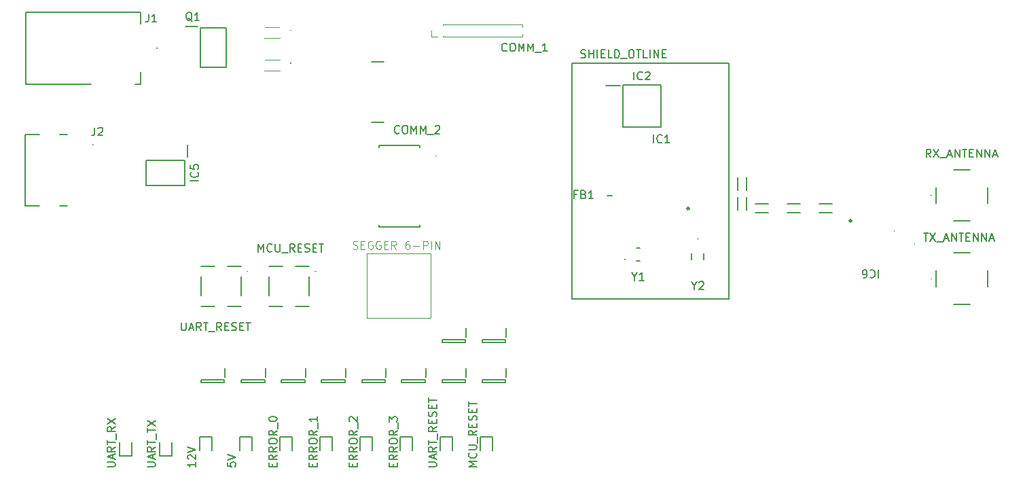
<source format=gbr>
%TF.GenerationSoftware,KiCad,Pcbnew,9.0.1*%
%TF.CreationDate,2025-05-12T13:55:05+02:00*%
%TF.ProjectId,CC1312R,43433133-3132-4522-9e6b-696361645f70,rev?*%
%TF.SameCoordinates,Original*%
%TF.FileFunction,Legend,Top*%
%TF.FilePolarity,Positive*%
%FSLAX46Y46*%
G04 Gerber Fmt 4.6, Leading zero omitted, Abs format (unit mm)*
G04 Created by KiCad (PCBNEW 9.0.1) date 2025-05-12 13:55:05*
%MOMM*%
%LPD*%
G01*
G04 APERTURE LIST*
%ADD10C,0.200000*%
%ADD11C,0.100000*%
%ADD12C,0.127000*%
%ADD13C,0.250000*%
%ADD14C,0.120000*%
G04 APERTURE END LIST*
D10*
X246500000Y-138500000D02*
X266050000Y-138500000D01*
X266050000Y-167950000D01*
X246500000Y-167950000D01*
X246500000Y-138500000D01*
X228617219Y-188830326D02*
X229426742Y-188830326D01*
X229426742Y-188830326D02*
X229521980Y-188782707D01*
X229521980Y-188782707D02*
X229569600Y-188735088D01*
X229569600Y-188735088D02*
X229617219Y-188639850D01*
X229617219Y-188639850D02*
X229617219Y-188449374D01*
X229617219Y-188449374D02*
X229569600Y-188354136D01*
X229569600Y-188354136D02*
X229521980Y-188306517D01*
X229521980Y-188306517D02*
X229426742Y-188258898D01*
X229426742Y-188258898D02*
X228617219Y-188258898D01*
X229331504Y-187830326D02*
X229331504Y-187354136D01*
X229617219Y-187925564D02*
X228617219Y-187592231D01*
X228617219Y-187592231D02*
X229617219Y-187258898D01*
X229617219Y-186354136D02*
X229141028Y-186687469D01*
X229617219Y-186925564D02*
X228617219Y-186925564D01*
X228617219Y-186925564D02*
X228617219Y-186544612D01*
X228617219Y-186544612D02*
X228664838Y-186449374D01*
X228664838Y-186449374D02*
X228712457Y-186401755D01*
X228712457Y-186401755D02*
X228807695Y-186354136D01*
X228807695Y-186354136D02*
X228950552Y-186354136D01*
X228950552Y-186354136D02*
X229045790Y-186401755D01*
X229045790Y-186401755D02*
X229093409Y-186449374D01*
X229093409Y-186449374D02*
X229141028Y-186544612D01*
X229141028Y-186544612D02*
X229141028Y-186925564D01*
X228617219Y-186068421D02*
X228617219Y-185496993D01*
X229617219Y-185782707D02*
X228617219Y-185782707D01*
X229712457Y-185401755D02*
X229712457Y-184639850D01*
X229617219Y-183830326D02*
X229141028Y-184163659D01*
X229617219Y-184401754D02*
X228617219Y-184401754D01*
X228617219Y-184401754D02*
X228617219Y-184020802D01*
X228617219Y-184020802D02*
X228664838Y-183925564D01*
X228664838Y-183925564D02*
X228712457Y-183877945D01*
X228712457Y-183877945D02*
X228807695Y-183830326D01*
X228807695Y-183830326D02*
X228950552Y-183830326D01*
X228950552Y-183830326D02*
X229045790Y-183877945D01*
X229045790Y-183877945D02*
X229093409Y-183925564D01*
X229093409Y-183925564D02*
X229141028Y-184020802D01*
X229141028Y-184020802D02*
X229141028Y-184401754D01*
X229093409Y-183401754D02*
X229093409Y-183068421D01*
X229617219Y-182925564D02*
X229617219Y-183401754D01*
X229617219Y-183401754D02*
X228617219Y-183401754D01*
X228617219Y-183401754D02*
X228617219Y-182925564D01*
X229569600Y-182544611D02*
X229617219Y-182401754D01*
X229617219Y-182401754D02*
X229617219Y-182163659D01*
X229617219Y-182163659D02*
X229569600Y-182068421D01*
X229569600Y-182068421D02*
X229521980Y-182020802D01*
X229521980Y-182020802D02*
X229426742Y-181973183D01*
X229426742Y-181973183D02*
X229331504Y-181973183D01*
X229331504Y-181973183D02*
X229236266Y-182020802D01*
X229236266Y-182020802D02*
X229188647Y-182068421D01*
X229188647Y-182068421D02*
X229141028Y-182163659D01*
X229141028Y-182163659D02*
X229093409Y-182354135D01*
X229093409Y-182354135D02*
X229045790Y-182449373D01*
X229045790Y-182449373D02*
X228998171Y-182496992D01*
X228998171Y-182496992D02*
X228902933Y-182544611D01*
X228902933Y-182544611D02*
X228807695Y-182544611D01*
X228807695Y-182544611D02*
X228712457Y-182496992D01*
X228712457Y-182496992D02*
X228664838Y-182449373D01*
X228664838Y-182449373D02*
X228617219Y-182354135D01*
X228617219Y-182354135D02*
X228617219Y-182116040D01*
X228617219Y-182116040D02*
X228664838Y-181973183D01*
X229093409Y-181544611D02*
X229093409Y-181211278D01*
X229617219Y-181068421D02*
X229617219Y-181544611D01*
X229617219Y-181544611D02*
X228617219Y-181544611D01*
X228617219Y-181544611D02*
X228617219Y-181068421D01*
X228617219Y-180782706D02*
X228617219Y-180211278D01*
X229617219Y-180496992D02*
X228617219Y-180496992D01*
X203567219Y-188304136D02*
X203567219Y-188780326D01*
X203567219Y-188780326D02*
X204043409Y-188827945D01*
X204043409Y-188827945D02*
X203995790Y-188780326D01*
X203995790Y-188780326D02*
X203948171Y-188685088D01*
X203948171Y-188685088D02*
X203948171Y-188446993D01*
X203948171Y-188446993D02*
X203995790Y-188351755D01*
X203995790Y-188351755D02*
X204043409Y-188304136D01*
X204043409Y-188304136D02*
X204138647Y-188256517D01*
X204138647Y-188256517D02*
X204376742Y-188256517D01*
X204376742Y-188256517D02*
X204471980Y-188304136D01*
X204471980Y-188304136D02*
X204519600Y-188351755D01*
X204519600Y-188351755D02*
X204567219Y-188446993D01*
X204567219Y-188446993D02*
X204567219Y-188685088D01*
X204567219Y-188685088D02*
X204519600Y-188780326D01*
X204519600Y-188780326D02*
X204471980Y-188827945D01*
X203567219Y-187970802D02*
X204567219Y-187637469D01*
X204567219Y-187637469D02*
X203567219Y-187304136D01*
X214193409Y-188830326D02*
X214193409Y-188496993D01*
X214717219Y-188354136D02*
X214717219Y-188830326D01*
X214717219Y-188830326D02*
X213717219Y-188830326D01*
X213717219Y-188830326D02*
X213717219Y-188354136D01*
X214717219Y-187354136D02*
X214241028Y-187687469D01*
X214717219Y-187925564D02*
X213717219Y-187925564D01*
X213717219Y-187925564D02*
X213717219Y-187544612D01*
X213717219Y-187544612D02*
X213764838Y-187449374D01*
X213764838Y-187449374D02*
X213812457Y-187401755D01*
X213812457Y-187401755D02*
X213907695Y-187354136D01*
X213907695Y-187354136D02*
X214050552Y-187354136D01*
X214050552Y-187354136D02*
X214145790Y-187401755D01*
X214145790Y-187401755D02*
X214193409Y-187449374D01*
X214193409Y-187449374D02*
X214241028Y-187544612D01*
X214241028Y-187544612D02*
X214241028Y-187925564D01*
X214717219Y-186354136D02*
X214241028Y-186687469D01*
X214717219Y-186925564D02*
X213717219Y-186925564D01*
X213717219Y-186925564D02*
X213717219Y-186544612D01*
X213717219Y-186544612D02*
X213764838Y-186449374D01*
X213764838Y-186449374D02*
X213812457Y-186401755D01*
X213812457Y-186401755D02*
X213907695Y-186354136D01*
X213907695Y-186354136D02*
X214050552Y-186354136D01*
X214050552Y-186354136D02*
X214145790Y-186401755D01*
X214145790Y-186401755D02*
X214193409Y-186449374D01*
X214193409Y-186449374D02*
X214241028Y-186544612D01*
X214241028Y-186544612D02*
X214241028Y-186925564D01*
X213717219Y-185735088D02*
X213717219Y-185544612D01*
X213717219Y-185544612D02*
X213764838Y-185449374D01*
X213764838Y-185449374D02*
X213860076Y-185354136D01*
X213860076Y-185354136D02*
X214050552Y-185306517D01*
X214050552Y-185306517D02*
X214383885Y-185306517D01*
X214383885Y-185306517D02*
X214574361Y-185354136D01*
X214574361Y-185354136D02*
X214669600Y-185449374D01*
X214669600Y-185449374D02*
X214717219Y-185544612D01*
X214717219Y-185544612D02*
X214717219Y-185735088D01*
X214717219Y-185735088D02*
X214669600Y-185830326D01*
X214669600Y-185830326D02*
X214574361Y-185925564D01*
X214574361Y-185925564D02*
X214383885Y-185973183D01*
X214383885Y-185973183D02*
X214050552Y-185973183D01*
X214050552Y-185973183D02*
X213860076Y-185925564D01*
X213860076Y-185925564D02*
X213764838Y-185830326D01*
X213764838Y-185830326D02*
X213717219Y-185735088D01*
X214717219Y-184306517D02*
X214241028Y-184639850D01*
X214717219Y-184877945D02*
X213717219Y-184877945D01*
X213717219Y-184877945D02*
X213717219Y-184496993D01*
X213717219Y-184496993D02*
X213764838Y-184401755D01*
X213764838Y-184401755D02*
X213812457Y-184354136D01*
X213812457Y-184354136D02*
X213907695Y-184306517D01*
X213907695Y-184306517D02*
X214050552Y-184306517D01*
X214050552Y-184306517D02*
X214145790Y-184354136D01*
X214145790Y-184354136D02*
X214193409Y-184401755D01*
X214193409Y-184401755D02*
X214241028Y-184496993D01*
X214241028Y-184496993D02*
X214241028Y-184877945D01*
X214812457Y-184116041D02*
X214812457Y-183354136D01*
X214717219Y-182592231D02*
X214717219Y-183163659D01*
X214717219Y-182877945D02*
X213717219Y-182877945D01*
X213717219Y-182877945D02*
X213860076Y-182973183D01*
X213860076Y-182973183D02*
X213955314Y-183068421D01*
X213955314Y-183068421D02*
X214002933Y-183163659D01*
X193567219Y-188830326D02*
X194376742Y-188830326D01*
X194376742Y-188830326D02*
X194471980Y-188782707D01*
X194471980Y-188782707D02*
X194519600Y-188735088D01*
X194519600Y-188735088D02*
X194567219Y-188639850D01*
X194567219Y-188639850D02*
X194567219Y-188449374D01*
X194567219Y-188449374D02*
X194519600Y-188354136D01*
X194519600Y-188354136D02*
X194471980Y-188306517D01*
X194471980Y-188306517D02*
X194376742Y-188258898D01*
X194376742Y-188258898D02*
X193567219Y-188258898D01*
X194281504Y-187830326D02*
X194281504Y-187354136D01*
X194567219Y-187925564D02*
X193567219Y-187592231D01*
X193567219Y-187592231D02*
X194567219Y-187258898D01*
X194567219Y-186354136D02*
X194091028Y-186687469D01*
X194567219Y-186925564D02*
X193567219Y-186925564D01*
X193567219Y-186925564D02*
X193567219Y-186544612D01*
X193567219Y-186544612D02*
X193614838Y-186449374D01*
X193614838Y-186449374D02*
X193662457Y-186401755D01*
X193662457Y-186401755D02*
X193757695Y-186354136D01*
X193757695Y-186354136D02*
X193900552Y-186354136D01*
X193900552Y-186354136D02*
X193995790Y-186401755D01*
X193995790Y-186401755D02*
X194043409Y-186449374D01*
X194043409Y-186449374D02*
X194091028Y-186544612D01*
X194091028Y-186544612D02*
X194091028Y-186925564D01*
X193567219Y-186068421D02*
X193567219Y-185496993D01*
X194567219Y-185782707D02*
X193567219Y-185782707D01*
X194662457Y-185401755D02*
X194662457Y-184639850D01*
X193567219Y-184544611D02*
X193567219Y-183973183D01*
X194567219Y-184258897D02*
X193567219Y-184258897D01*
X193567219Y-183735087D02*
X194567219Y-183068421D01*
X193567219Y-183068421D02*
X194567219Y-183735087D01*
X247622054Y-137819600D02*
X247764911Y-137867219D01*
X247764911Y-137867219D02*
X248003006Y-137867219D01*
X248003006Y-137867219D02*
X248098244Y-137819600D01*
X248098244Y-137819600D02*
X248145863Y-137771980D01*
X248145863Y-137771980D02*
X248193482Y-137676742D01*
X248193482Y-137676742D02*
X248193482Y-137581504D01*
X248193482Y-137581504D02*
X248145863Y-137486266D01*
X248145863Y-137486266D02*
X248098244Y-137438647D01*
X248098244Y-137438647D02*
X248003006Y-137391028D01*
X248003006Y-137391028D02*
X247812530Y-137343409D01*
X247812530Y-137343409D02*
X247717292Y-137295790D01*
X247717292Y-137295790D02*
X247669673Y-137248171D01*
X247669673Y-137248171D02*
X247622054Y-137152933D01*
X247622054Y-137152933D02*
X247622054Y-137057695D01*
X247622054Y-137057695D02*
X247669673Y-136962457D01*
X247669673Y-136962457D02*
X247717292Y-136914838D01*
X247717292Y-136914838D02*
X247812530Y-136867219D01*
X247812530Y-136867219D02*
X248050625Y-136867219D01*
X248050625Y-136867219D02*
X248193482Y-136914838D01*
X248622054Y-137867219D02*
X248622054Y-136867219D01*
X248622054Y-137343409D02*
X249193482Y-137343409D01*
X249193482Y-137867219D02*
X249193482Y-136867219D01*
X249669673Y-137867219D02*
X249669673Y-136867219D01*
X250145863Y-137343409D02*
X250479196Y-137343409D01*
X250622053Y-137867219D02*
X250145863Y-137867219D01*
X250145863Y-137867219D02*
X250145863Y-136867219D01*
X250145863Y-136867219D02*
X250622053Y-136867219D01*
X251526815Y-137867219D02*
X251050625Y-137867219D01*
X251050625Y-137867219D02*
X251050625Y-136867219D01*
X251860149Y-137867219D02*
X251860149Y-136867219D01*
X251860149Y-136867219D02*
X252098244Y-136867219D01*
X252098244Y-136867219D02*
X252241101Y-136914838D01*
X252241101Y-136914838D02*
X252336339Y-137010076D01*
X252336339Y-137010076D02*
X252383958Y-137105314D01*
X252383958Y-137105314D02*
X252431577Y-137295790D01*
X252431577Y-137295790D02*
X252431577Y-137438647D01*
X252431577Y-137438647D02*
X252383958Y-137629123D01*
X252383958Y-137629123D02*
X252336339Y-137724361D01*
X252336339Y-137724361D02*
X252241101Y-137819600D01*
X252241101Y-137819600D02*
X252098244Y-137867219D01*
X252098244Y-137867219D02*
X251860149Y-137867219D01*
X252622054Y-137962457D02*
X253383958Y-137962457D01*
X253812530Y-136867219D02*
X254003006Y-136867219D01*
X254003006Y-136867219D02*
X254098244Y-136914838D01*
X254098244Y-136914838D02*
X254193482Y-137010076D01*
X254193482Y-137010076D02*
X254241101Y-137200552D01*
X254241101Y-137200552D02*
X254241101Y-137533885D01*
X254241101Y-137533885D02*
X254193482Y-137724361D01*
X254193482Y-137724361D02*
X254098244Y-137819600D01*
X254098244Y-137819600D02*
X254003006Y-137867219D01*
X254003006Y-137867219D02*
X253812530Y-137867219D01*
X253812530Y-137867219D02*
X253717292Y-137819600D01*
X253717292Y-137819600D02*
X253622054Y-137724361D01*
X253622054Y-137724361D02*
X253574435Y-137533885D01*
X253574435Y-137533885D02*
X253574435Y-137200552D01*
X253574435Y-137200552D02*
X253622054Y-137010076D01*
X253622054Y-137010076D02*
X253717292Y-136914838D01*
X253717292Y-136914838D02*
X253812530Y-136867219D01*
X254526816Y-136867219D02*
X255098244Y-136867219D01*
X254812530Y-137867219D02*
X254812530Y-136867219D01*
X255907768Y-137867219D02*
X255431578Y-137867219D01*
X255431578Y-137867219D02*
X255431578Y-136867219D01*
X256241102Y-137867219D02*
X256241102Y-136867219D01*
X256717292Y-137867219D02*
X256717292Y-136867219D01*
X256717292Y-136867219D02*
X257288720Y-137867219D01*
X257288720Y-137867219D02*
X257288720Y-136867219D01*
X257764911Y-137343409D02*
X258098244Y-137343409D01*
X258241101Y-137867219D02*
X257764911Y-137867219D01*
X257764911Y-137867219D02*
X257764911Y-136867219D01*
X257764911Y-136867219D02*
X258241101Y-136867219D01*
X199617219Y-188256517D02*
X199617219Y-188827945D01*
X199617219Y-188542231D02*
X198617219Y-188542231D01*
X198617219Y-188542231D02*
X198760076Y-188637469D01*
X198760076Y-188637469D02*
X198855314Y-188732707D01*
X198855314Y-188732707D02*
X198902933Y-188827945D01*
X198712457Y-187875564D02*
X198664838Y-187827945D01*
X198664838Y-187827945D02*
X198617219Y-187732707D01*
X198617219Y-187732707D02*
X198617219Y-187494612D01*
X198617219Y-187494612D02*
X198664838Y-187399374D01*
X198664838Y-187399374D02*
X198712457Y-187351755D01*
X198712457Y-187351755D02*
X198807695Y-187304136D01*
X198807695Y-187304136D02*
X198902933Y-187304136D01*
X198902933Y-187304136D02*
X199045790Y-187351755D01*
X199045790Y-187351755D02*
X199617219Y-187923183D01*
X199617219Y-187923183D02*
X199617219Y-187304136D01*
X198617219Y-187018421D02*
X199617219Y-186685088D01*
X199617219Y-186685088D02*
X198617219Y-186351755D01*
X219193409Y-188830326D02*
X219193409Y-188496993D01*
X219717219Y-188354136D02*
X219717219Y-188830326D01*
X219717219Y-188830326D02*
X218717219Y-188830326D01*
X218717219Y-188830326D02*
X218717219Y-188354136D01*
X219717219Y-187354136D02*
X219241028Y-187687469D01*
X219717219Y-187925564D02*
X218717219Y-187925564D01*
X218717219Y-187925564D02*
X218717219Y-187544612D01*
X218717219Y-187544612D02*
X218764838Y-187449374D01*
X218764838Y-187449374D02*
X218812457Y-187401755D01*
X218812457Y-187401755D02*
X218907695Y-187354136D01*
X218907695Y-187354136D02*
X219050552Y-187354136D01*
X219050552Y-187354136D02*
X219145790Y-187401755D01*
X219145790Y-187401755D02*
X219193409Y-187449374D01*
X219193409Y-187449374D02*
X219241028Y-187544612D01*
X219241028Y-187544612D02*
X219241028Y-187925564D01*
X219717219Y-186354136D02*
X219241028Y-186687469D01*
X219717219Y-186925564D02*
X218717219Y-186925564D01*
X218717219Y-186925564D02*
X218717219Y-186544612D01*
X218717219Y-186544612D02*
X218764838Y-186449374D01*
X218764838Y-186449374D02*
X218812457Y-186401755D01*
X218812457Y-186401755D02*
X218907695Y-186354136D01*
X218907695Y-186354136D02*
X219050552Y-186354136D01*
X219050552Y-186354136D02*
X219145790Y-186401755D01*
X219145790Y-186401755D02*
X219193409Y-186449374D01*
X219193409Y-186449374D02*
X219241028Y-186544612D01*
X219241028Y-186544612D02*
X219241028Y-186925564D01*
X218717219Y-185735088D02*
X218717219Y-185544612D01*
X218717219Y-185544612D02*
X218764838Y-185449374D01*
X218764838Y-185449374D02*
X218860076Y-185354136D01*
X218860076Y-185354136D02*
X219050552Y-185306517D01*
X219050552Y-185306517D02*
X219383885Y-185306517D01*
X219383885Y-185306517D02*
X219574361Y-185354136D01*
X219574361Y-185354136D02*
X219669600Y-185449374D01*
X219669600Y-185449374D02*
X219717219Y-185544612D01*
X219717219Y-185544612D02*
X219717219Y-185735088D01*
X219717219Y-185735088D02*
X219669600Y-185830326D01*
X219669600Y-185830326D02*
X219574361Y-185925564D01*
X219574361Y-185925564D02*
X219383885Y-185973183D01*
X219383885Y-185973183D02*
X219050552Y-185973183D01*
X219050552Y-185973183D02*
X218860076Y-185925564D01*
X218860076Y-185925564D02*
X218764838Y-185830326D01*
X218764838Y-185830326D02*
X218717219Y-185735088D01*
X219717219Y-184306517D02*
X219241028Y-184639850D01*
X219717219Y-184877945D02*
X218717219Y-184877945D01*
X218717219Y-184877945D02*
X218717219Y-184496993D01*
X218717219Y-184496993D02*
X218764838Y-184401755D01*
X218764838Y-184401755D02*
X218812457Y-184354136D01*
X218812457Y-184354136D02*
X218907695Y-184306517D01*
X218907695Y-184306517D02*
X219050552Y-184306517D01*
X219050552Y-184306517D02*
X219145790Y-184354136D01*
X219145790Y-184354136D02*
X219193409Y-184401755D01*
X219193409Y-184401755D02*
X219241028Y-184496993D01*
X219241028Y-184496993D02*
X219241028Y-184877945D01*
X219812457Y-184116041D02*
X219812457Y-183354136D01*
X218812457Y-183163659D02*
X218764838Y-183116040D01*
X218764838Y-183116040D02*
X218717219Y-183020802D01*
X218717219Y-183020802D02*
X218717219Y-182782707D01*
X218717219Y-182782707D02*
X218764838Y-182687469D01*
X218764838Y-182687469D02*
X218812457Y-182639850D01*
X218812457Y-182639850D02*
X218907695Y-182592231D01*
X218907695Y-182592231D02*
X219002933Y-182592231D01*
X219002933Y-182592231D02*
X219145790Y-182639850D01*
X219145790Y-182639850D02*
X219717219Y-183211278D01*
X219717219Y-183211278D02*
X219717219Y-182592231D01*
X209193409Y-188830326D02*
X209193409Y-188496993D01*
X209717219Y-188354136D02*
X209717219Y-188830326D01*
X209717219Y-188830326D02*
X208717219Y-188830326D01*
X208717219Y-188830326D02*
X208717219Y-188354136D01*
X209717219Y-187354136D02*
X209241028Y-187687469D01*
X209717219Y-187925564D02*
X208717219Y-187925564D01*
X208717219Y-187925564D02*
X208717219Y-187544612D01*
X208717219Y-187544612D02*
X208764838Y-187449374D01*
X208764838Y-187449374D02*
X208812457Y-187401755D01*
X208812457Y-187401755D02*
X208907695Y-187354136D01*
X208907695Y-187354136D02*
X209050552Y-187354136D01*
X209050552Y-187354136D02*
X209145790Y-187401755D01*
X209145790Y-187401755D02*
X209193409Y-187449374D01*
X209193409Y-187449374D02*
X209241028Y-187544612D01*
X209241028Y-187544612D02*
X209241028Y-187925564D01*
X209717219Y-186354136D02*
X209241028Y-186687469D01*
X209717219Y-186925564D02*
X208717219Y-186925564D01*
X208717219Y-186925564D02*
X208717219Y-186544612D01*
X208717219Y-186544612D02*
X208764838Y-186449374D01*
X208764838Y-186449374D02*
X208812457Y-186401755D01*
X208812457Y-186401755D02*
X208907695Y-186354136D01*
X208907695Y-186354136D02*
X209050552Y-186354136D01*
X209050552Y-186354136D02*
X209145790Y-186401755D01*
X209145790Y-186401755D02*
X209193409Y-186449374D01*
X209193409Y-186449374D02*
X209241028Y-186544612D01*
X209241028Y-186544612D02*
X209241028Y-186925564D01*
X208717219Y-185735088D02*
X208717219Y-185544612D01*
X208717219Y-185544612D02*
X208764838Y-185449374D01*
X208764838Y-185449374D02*
X208860076Y-185354136D01*
X208860076Y-185354136D02*
X209050552Y-185306517D01*
X209050552Y-185306517D02*
X209383885Y-185306517D01*
X209383885Y-185306517D02*
X209574361Y-185354136D01*
X209574361Y-185354136D02*
X209669600Y-185449374D01*
X209669600Y-185449374D02*
X209717219Y-185544612D01*
X209717219Y-185544612D02*
X209717219Y-185735088D01*
X209717219Y-185735088D02*
X209669600Y-185830326D01*
X209669600Y-185830326D02*
X209574361Y-185925564D01*
X209574361Y-185925564D02*
X209383885Y-185973183D01*
X209383885Y-185973183D02*
X209050552Y-185973183D01*
X209050552Y-185973183D02*
X208860076Y-185925564D01*
X208860076Y-185925564D02*
X208764838Y-185830326D01*
X208764838Y-185830326D02*
X208717219Y-185735088D01*
X209717219Y-184306517D02*
X209241028Y-184639850D01*
X209717219Y-184877945D02*
X208717219Y-184877945D01*
X208717219Y-184877945D02*
X208717219Y-184496993D01*
X208717219Y-184496993D02*
X208764838Y-184401755D01*
X208764838Y-184401755D02*
X208812457Y-184354136D01*
X208812457Y-184354136D02*
X208907695Y-184306517D01*
X208907695Y-184306517D02*
X209050552Y-184306517D01*
X209050552Y-184306517D02*
X209145790Y-184354136D01*
X209145790Y-184354136D02*
X209193409Y-184401755D01*
X209193409Y-184401755D02*
X209241028Y-184496993D01*
X209241028Y-184496993D02*
X209241028Y-184877945D01*
X209812457Y-184116041D02*
X209812457Y-183354136D01*
X208717219Y-182925564D02*
X208717219Y-182830326D01*
X208717219Y-182830326D02*
X208764838Y-182735088D01*
X208764838Y-182735088D02*
X208812457Y-182687469D01*
X208812457Y-182687469D02*
X208907695Y-182639850D01*
X208907695Y-182639850D02*
X209098171Y-182592231D01*
X209098171Y-182592231D02*
X209336266Y-182592231D01*
X209336266Y-182592231D02*
X209526742Y-182639850D01*
X209526742Y-182639850D02*
X209621980Y-182687469D01*
X209621980Y-182687469D02*
X209669600Y-182735088D01*
X209669600Y-182735088D02*
X209717219Y-182830326D01*
X209717219Y-182830326D02*
X209717219Y-182925564D01*
X209717219Y-182925564D02*
X209669600Y-183020802D01*
X209669600Y-183020802D02*
X209621980Y-183068421D01*
X209621980Y-183068421D02*
X209526742Y-183116040D01*
X209526742Y-183116040D02*
X209336266Y-183163659D01*
X209336266Y-183163659D02*
X209098171Y-183163659D01*
X209098171Y-183163659D02*
X208907695Y-183116040D01*
X208907695Y-183116040D02*
X208812457Y-183068421D01*
X208812457Y-183068421D02*
X208764838Y-183020802D01*
X208764838Y-183020802D02*
X208717219Y-182925564D01*
X234617219Y-188830326D02*
X233617219Y-188830326D01*
X233617219Y-188830326D02*
X234331504Y-188496993D01*
X234331504Y-188496993D02*
X233617219Y-188163660D01*
X233617219Y-188163660D02*
X234617219Y-188163660D01*
X234521980Y-187116041D02*
X234569600Y-187163660D01*
X234569600Y-187163660D02*
X234617219Y-187306517D01*
X234617219Y-187306517D02*
X234617219Y-187401755D01*
X234617219Y-187401755D02*
X234569600Y-187544612D01*
X234569600Y-187544612D02*
X234474361Y-187639850D01*
X234474361Y-187639850D02*
X234379123Y-187687469D01*
X234379123Y-187687469D02*
X234188647Y-187735088D01*
X234188647Y-187735088D02*
X234045790Y-187735088D01*
X234045790Y-187735088D02*
X233855314Y-187687469D01*
X233855314Y-187687469D02*
X233760076Y-187639850D01*
X233760076Y-187639850D02*
X233664838Y-187544612D01*
X233664838Y-187544612D02*
X233617219Y-187401755D01*
X233617219Y-187401755D02*
X233617219Y-187306517D01*
X233617219Y-187306517D02*
X233664838Y-187163660D01*
X233664838Y-187163660D02*
X233712457Y-187116041D01*
X233617219Y-186687469D02*
X234426742Y-186687469D01*
X234426742Y-186687469D02*
X234521980Y-186639850D01*
X234521980Y-186639850D02*
X234569600Y-186592231D01*
X234569600Y-186592231D02*
X234617219Y-186496993D01*
X234617219Y-186496993D02*
X234617219Y-186306517D01*
X234617219Y-186306517D02*
X234569600Y-186211279D01*
X234569600Y-186211279D02*
X234521980Y-186163660D01*
X234521980Y-186163660D02*
X234426742Y-186116041D01*
X234426742Y-186116041D02*
X233617219Y-186116041D01*
X234712457Y-185877946D02*
X234712457Y-185116041D01*
X234617219Y-184306517D02*
X234141028Y-184639850D01*
X234617219Y-184877945D02*
X233617219Y-184877945D01*
X233617219Y-184877945D02*
X233617219Y-184496993D01*
X233617219Y-184496993D02*
X233664838Y-184401755D01*
X233664838Y-184401755D02*
X233712457Y-184354136D01*
X233712457Y-184354136D02*
X233807695Y-184306517D01*
X233807695Y-184306517D02*
X233950552Y-184306517D01*
X233950552Y-184306517D02*
X234045790Y-184354136D01*
X234045790Y-184354136D02*
X234093409Y-184401755D01*
X234093409Y-184401755D02*
X234141028Y-184496993D01*
X234141028Y-184496993D02*
X234141028Y-184877945D01*
X234093409Y-183877945D02*
X234093409Y-183544612D01*
X234617219Y-183401755D02*
X234617219Y-183877945D01*
X234617219Y-183877945D02*
X233617219Y-183877945D01*
X233617219Y-183877945D02*
X233617219Y-183401755D01*
X234569600Y-183020802D02*
X234617219Y-182877945D01*
X234617219Y-182877945D02*
X234617219Y-182639850D01*
X234617219Y-182639850D02*
X234569600Y-182544612D01*
X234569600Y-182544612D02*
X234521980Y-182496993D01*
X234521980Y-182496993D02*
X234426742Y-182449374D01*
X234426742Y-182449374D02*
X234331504Y-182449374D01*
X234331504Y-182449374D02*
X234236266Y-182496993D01*
X234236266Y-182496993D02*
X234188647Y-182544612D01*
X234188647Y-182544612D02*
X234141028Y-182639850D01*
X234141028Y-182639850D02*
X234093409Y-182830326D01*
X234093409Y-182830326D02*
X234045790Y-182925564D01*
X234045790Y-182925564D02*
X233998171Y-182973183D01*
X233998171Y-182973183D02*
X233902933Y-183020802D01*
X233902933Y-183020802D02*
X233807695Y-183020802D01*
X233807695Y-183020802D02*
X233712457Y-182973183D01*
X233712457Y-182973183D02*
X233664838Y-182925564D01*
X233664838Y-182925564D02*
X233617219Y-182830326D01*
X233617219Y-182830326D02*
X233617219Y-182592231D01*
X233617219Y-182592231D02*
X233664838Y-182449374D01*
X234093409Y-182020802D02*
X234093409Y-181687469D01*
X234617219Y-181544612D02*
X234617219Y-182020802D01*
X234617219Y-182020802D02*
X233617219Y-182020802D01*
X233617219Y-182020802D02*
X233617219Y-181544612D01*
X233617219Y-181258897D02*
X233617219Y-180687469D01*
X234617219Y-180973183D02*
X233617219Y-180973183D01*
X224193409Y-188830326D02*
X224193409Y-188496993D01*
X224717219Y-188354136D02*
X224717219Y-188830326D01*
X224717219Y-188830326D02*
X223717219Y-188830326D01*
X223717219Y-188830326D02*
X223717219Y-188354136D01*
X224717219Y-187354136D02*
X224241028Y-187687469D01*
X224717219Y-187925564D02*
X223717219Y-187925564D01*
X223717219Y-187925564D02*
X223717219Y-187544612D01*
X223717219Y-187544612D02*
X223764838Y-187449374D01*
X223764838Y-187449374D02*
X223812457Y-187401755D01*
X223812457Y-187401755D02*
X223907695Y-187354136D01*
X223907695Y-187354136D02*
X224050552Y-187354136D01*
X224050552Y-187354136D02*
X224145790Y-187401755D01*
X224145790Y-187401755D02*
X224193409Y-187449374D01*
X224193409Y-187449374D02*
X224241028Y-187544612D01*
X224241028Y-187544612D02*
X224241028Y-187925564D01*
X224717219Y-186354136D02*
X224241028Y-186687469D01*
X224717219Y-186925564D02*
X223717219Y-186925564D01*
X223717219Y-186925564D02*
X223717219Y-186544612D01*
X223717219Y-186544612D02*
X223764838Y-186449374D01*
X223764838Y-186449374D02*
X223812457Y-186401755D01*
X223812457Y-186401755D02*
X223907695Y-186354136D01*
X223907695Y-186354136D02*
X224050552Y-186354136D01*
X224050552Y-186354136D02*
X224145790Y-186401755D01*
X224145790Y-186401755D02*
X224193409Y-186449374D01*
X224193409Y-186449374D02*
X224241028Y-186544612D01*
X224241028Y-186544612D02*
X224241028Y-186925564D01*
X223717219Y-185735088D02*
X223717219Y-185544612D01*
X223717219Y-185544612D02*
X223764838Y-185449374D01*
X223764838Y-185449374D02*
X223860076Y-185354136D01*
X223860076Y-185354136D02*
X224050552Y-185306517D01*
X224050552Y-185306517D02*
X224383885Y-185306517D01*
X224383885Y-185306517D02*
X224574361Y-185354136D01*
X224574361Y-185354136D02*
X224669600Y-185449374D01*
X224669600Y-185449374D02*
X224717219Y-185544612D01*
X224717219Y-185544612D02*
X224717219Y-185735088D01*
X224717219Y-185735088D02*
X224669600Y-185830326D01*
X224669600Y-185830326D02*
X224574361Y-185925564D01*
X224574361Y-185925564D02*
X224383885Y-185973183D01*
X224383885Y-185973183D02*
X224050552Y-185973183D01*
X224050552Y-185973183D02*
X223860076Y-185925564D01*
X223860076Y-185925564D02*
X223764838Y-185830326D01*
X223764838Y-185830326D02*
X223717219Y-185735088D01*
X224717219Y-184306517D02*
X224241028Y-184639850D01*
X224717219Y-184877945D02*
X223717219Y-184877945D01*
X223717219Y-184877945D02*
X223717219Y-184496993D01*
X223717219Y-184496993D02*
X223764838Y-184401755D01*
X223764838Y-184401755D02*
X223812457Y-184354136D01*
X223812457Y-184354136D02*
X223907695Y-184306517D01*
X223907695Y-184306517D02*
X224050552Y-184306517D01*
X224050552Y-184306517D02*
X224145790Y-184354136D01*
X224145790Y-184354136D02*
X224193409Y-184401755D01*
X224193409Y-184401755D02*
X224241028Y-184496993D01*
X224241028Y-184496993D02*
X224241028Y-184877945D01*
X224812457Y-184116041D02*
X224812457Y-183354136D01*
X223717219Y-183211278D02*
X223717219Y-182592231D01*
X223717219Y-182592231D02*
X224098171Y-182925564D01*
X224098171Y-182925564D02*
X224098171Y-182782707D01*
X224098171Y-182782707D02*
X224145790Y-182687469D01*
X224145790Y-182687469D02*
X224193409Y-182639850D01*
X224193409Y-182639850D02*
X224288647Y-182592231D01*
X224288647Y-182592231D02*
X224526742Y-182592231D01*
X224526742Y-182592231D02*
X224621980Y-182639850D01*
X224621980Y-182639850D02*
X224669600Y-182687469D01*
X224669600Y-182687469D02*
X224717219Y-182782707D01*
X224717219Y-182782707D02*
X224717219Y-183068421D01*
X224717219Y-183068421D02*
X224669600Y-183163659D01*
X224669600Y-183163659D02*
X224621980Y-183211278D01*
X188567219Y-188830326D02*
X189376742Y-188830326D01*
X189376742Y-188830326D02*
X189471980Y-188782707D01*
X189471980Y-188782707D02*
X189519600Y-188735088D01*
X189519600Y-188735088D02*
X189567219Y-188639850D01*
X189567219Y-188639850D02*
X189567219Y-188449374D01*
X189567219Y-188449374D02*
X189519600Y-188354136D01*
X189519600Y-188354136D02*
X189471980Y-188306517D01*
X189471980Y-188306517D02*
X189376742Y-188258898D01*
X189376742Y-188258898D02*
X188567219Y-188258898D01*
X189281504Y-187830326D02*
X189281504Y-187354136D01*
X189567219Y-187925564D02*
X188567219Y-187592231D01*
X188567219Y-187592231D02*
X189567219Y-187258898D01*
X189567219Y-186354136D02*
X189091028Y-186687469D01*
X189567219Y-186925564D02*
X188567219Y-186925564D01*
X188567219Y-186925564D02*
X188567219Y-186544612D01*
X188567219Y-186544612D02*
X188614838Y-186449374D01*
X188614838Y-186449374D02*
X188662457Y-186401755D01*
X188662457Y-186401755D02*
X188757695Y-186354136D01*
X188757695Y-186354136D02*
X188900552Y-186354136D01*
X188900552Y-186354136D02*
X188995790Y-186401755D01*
X188995790Y-186401755D02*
X189043409Y-186449374D01*
X189043409Y-186449374D02*
X189091028Y-186544612D01*
X189091028Y-186544612D02*
X189091028Y-186925564D01*
X188567219Y-186068421D02*
X188567219Y-185496993D01*
X189567219Y-185782707D02*
X188567219Y-185782707D01*
X189662457Y-185401755D02*
X189662457Y-184639850D01*
X189567219Y-183830326D02*
X189091028Y-184163659D01*
X189567219Y-184401754D02*
X188567219Y-184401754D01*
X188567219Y-184401754D02*
X188567219Y-184020802D01*
X188567219Y-184020802D02*
X188614838Y-183925564D01*
X188614838Y-183925564D02*
X188662457Y-183877945D01*
X188662457Y-183877945D02*
X188757695Y-183830326D01*
X188757695Y-183830326D02*
X188900552Y-183830326D01*
X188900552Y-183830326D02*
X188995790Y-183877945D01*
X188995790Y-183877945D02*
X189043409Y-183925564D01*
X189043409Y-183925564D02*
X189091028Y-184020802D01*
X189091028Y-184020802D02*
X189091028Y-184401754D01*
X188567219Y-183496992D02*
X189567219Y-182830326D01*
X188567219Y-182830326D02*
X189567219Y-183496992D01*
X247116666Y-154878409D02*
X246783333Y-154878409D01*
X246783333Y-155402219D02*
X246783333Y-154402219D01*
X246783333Y-154402219D02*
X247259523Y-154402219D01*
X247973809Y-154878409D02*
X248116666Y-154926028D01*
X248116666Y-154926028D02*
X248164285Y-154973647D01*
X248164285Y-154973647D02*
X248211904Y-155068885D01*
X248211904Y-155068885D02*
X248211904Y-155211742D01*
X248211904Y-155211742D02*
X248164285Y-155306980D01*
X248164285Y-155306980D02*
X248116666Y-155354600D01*
X248116666Y-155354600D02*
X248021428Y-155402219D01*
X248021428Y-155402219D02*
X247640476Y-155402219D01*
X247640476Y-155402219D02*
X247640476Y-154402219D01*
X247640476Y-154402219D02*
X247973809Y-154402219D01*
X247973809Y-154402219D02*
X248069047Y-154449838D01*
X248069047Y-154449838D02*
X248116666Y-154497457D01*
X248116666Y-154497457D02*
X248164285Y-154592695D01*
X248164285Y-154592695D02*
X248164285Y-154687933D01*
X248164285Y-154687933D02*
X248116666Y-154783171D01*
X248116666Y-154783171D02*
X248069047Y-154830790D01*
X248069047Y-154830790D02*
X247973809Y-154878409D01*
X247973809Y-154878409D02*
X247640476Y-154878409D01*
X249164285Y-155402219D02*
X248592857Y-155402219D01*
X248878571Y-155402219D02*
X248878571Y-154402219D01*
X248878571Y-154402219D02*
X248783333Y-154545076D01*
X248783333Y-154545076D02*
X248688095Y-154640314D01*
X248688095Y-154640314D02*
X248592857Y-154687933D01*
X197811904Y-170852219D02*
X197811904Y-171661742D01*
X197811904Y-171661742D02*
X197859523Y-171756980D01*
X197859523Y-171756980D02*
X197907142Y-171804600D01*
X197907142Y-171804600D02*
X198002380Y-171852219D01*
X198002380Y-171852219D02*
X198192856Y-171852219D01*
X198192856Y-171852219D02*
X198288094Y-171804600D01*
X198288094Y-171804600D02*
X198335713Y-171756980D01*
X198335713Y-171756980D02*
X198383332Y-171661742D01*
X198383332Y-171661742D02*
X198383332Y-170852219D01*
X198811904Y-171566504D02*
X199288094Y-171566504D01*
X198716666Y-171852219D02*
X199049999Y-170852219D01*
X199049999Y-170852219D02*
X199383332Y-171852219D01*
X200288094Y-171852219D02*
X199954761Y-171376028D01*
X199716666Y-171852219D02*
X199716666Y-170852219D01*
X199716666Y-170852219D02*
X200097618Y-170852219D01*
X200097618Y-170852219D02*
X200192856Y-170899838D01*
X200192856Y-170899838D02*
X200240475Y-170947457D01*
X200240475Y-170947457D02*
X200288094Y-171042695D01*
X200288094Y-171042695D02*
X200288094Y-171185552D01*
X200288094Y-171185552D02*
X200240475Y-171280790D01*
X200240475Y-171280790D02*
X200192856Y-171328409D01*
X200192856Y-171328409D02*
X200097618Y-171376028D01*
X200097618Y-171376028D02*
X199716666Y-171376028D01*
X200573809Y-170852219D02*
X201145237Y-170852219D01*
X200859523Y-171852219D02*
X200859523Y-170852219D01*
X201240476Y-171947457D02*
X202002380Y-171947457D01*
X202811904Y-171852219D02*
X202478571Y-171376028D01*
X202240476Y-171852219D02*
X202240476Y-170852219D01*
X202240476Y-170852219D02*
X202621428Y-170852219D01*
X202621428Y-170852219D02*
X202716666Y-170899838D01*
X202716666Y-170899838D02*
X202764285Y-170947457D01*
X202764285Y-170947457D02*
X202811904Y-171042695D01*
X202811904Y-171042695D02*
X202811904Y-171185552D01*
X202811904Y-171185552D02*
X202764285Y-171280790D01*
X202764285Y-171280790D02*
X202716666Y-171328409D01*
X202716666Y-171328409D02*
X202621428Y-171376028D01*
X202621428Y-171376028D02*
X202240476Y-171376028D01*
X203240476Y-171328409D02*
X203573809Y-171328409D01*
X203716666Y-171852219D02*
X203240476Y-171852219D01*
X203240476Y-171852219D02*
X203240476Y-170852219D01*
X203240476Y-170852219D02*
X203716666Y-170852219D01*
X204097619Y-171804600D02*
X204240476Y-171852219D01*
X204240476Y-171852219D02*
X204478571Y-171852219D01*
X204478571Y-171852219D02*
X204573809Y-171804600D01*
X204573809Y-171804600D02*
X204621428Y-171756980D01*
X204621428Y-171756980D02*
X204669047Y-171661742D01*
X204669047Y-171661742D02*
X204669047Y-171566504D01*
X204669047Y-171566504D02*
X204621428Y-171471266D01*
X204621428Y-171471266D02*
X204573809Y-171423647D01*
X204573809Y-171423647D02*
X204478571Y-171376028D01*
X204478571Y-171376028D02*
X204288095Y-171328409D01*
X204288095Y-171328409D02*
X204192857Y-171280790D01*
X204192857Y-171280790D02*
X204145238Y-171233171D01*
X204145238Y-171233171D02*
X204097619Y-171137933D01*
X204097619Y-171137933D02*
X204097619Y-171042695D01*
X204097619Y-171042695D02*
X204145238Y-170947457D01*
X204145238Y-170947457D02*
X204192857Y-170899838D01*
X204192857Y-170899838D02*
X204288095Y-170852219D01*
X204288095Y-170852219D02*
X204526190Y-170852219D01*
X204526190Y-170852219D02*
X204669047Y-170899838D01*
X205097619Y-171328409D02*
X205430952Y-171328409D01*
X205573809Y-171852219D02*
X205097619Y-171852219D01*
X205097619Y-171852219D02*
X205097619Y-170852219D01*
X205097619Y-170852219D02*
X205573809Y-170852219D01*
X205859524Y-170852219D02*
X206430952Y-170852219D01*
X206145238Y-171852219D02*
X206145238Y-170852219D01*
X284701189Y-164272780D02*
X284701189Y-165272780D01*
X283653571Y-164368019D02*
X283701190Y-164320400D01*
X283701190Y-164320400D02*
X283844047Y-164272780D01*
X283844047Y-164272780D02*
X283939285Y-164272780D01*
X283939285Y-164272780D02*
X284082142Y-164320400D01*
X284082142Y-164320400D02*
X284177380Y-164415638D01*
X284177380Y-164415638D02*
X284224999Y-164510876D01*
X284224999Y-164510876D02*
X284272618Y-164701352D01*
X284272618Y-164701352D02*
X284272618Y-164844209D01*
X284272618Y-164844209D02*
X284224999Y-165034685D01*
X284224999Y-165034685D02*
X284177380Y-165129923D01*
X284177380Y-165129923D02*
X284082142Y-165225161D01*
X284082142Y-165225161D02*
X283939285Y-165272780D01*
X283939285Y-165272780D02*
X283844047Y-165272780D01*
X283844047Y-165272780D02*
X283701190Y-165225161D01*
X283701190Y-165225161D02*
X283653571Y-165177542D01*
X282796428Y-165272780D02*
X282986904Y-165272780D01*
X282986904Y-165272780D02*
X283082142Y-165225161D01*
X283082142Y-165225161D02*
X283129761Y-165177542D01*
X283129761Y-165177542D02*
X283224999Y-165034685D01*
X283224999Y-165034685D02*
X283272618Y-164844209D01*
X283272618Y-164844209D02*
X283272618Y-164463257D01*
X283272618Y-164463257D02*
X283224999Y-164368019D01*
X283224999Y-164368019D02*
X283177380Y-164320400D01*
X283177380Y-164320400D02*
X283082142Y-164272780D01*
X283082142Y-164272780D02*
X282891666Y-164272780D01*
X282891666Y-164272780D02*
X282796428Y-164320400D01*
X282796428Y-164320400D02*
X282748809Y-164368019D01*
X282748809Y-164368019D02*
X282701190Y-164463257D01*
X282701190Y-164463257D02*
X282701190Y-164701352D01*
X282701190Y-164701352D02*
X282748809Y-164796590D01*
X282748809Y-164796590D02*
X282796428Y-164844209D01*
X282796428Y-164844209D02*
X282891666Y-164891828D01*
X282891666Y-164891828D02*
X283082142Y-164891828D01*
X283082142Y-164891828D02*
X283177380Y-164844209D01*
X283177380Y-164844209D02*
X283224999Y-164796590D01*
X283224999Y-164796590D02*
X283272618Y-164701352D01*
X199952219Y-153176189D02*
X198952219Y-153176189D01*
X199856980Y-152128571D02*
X199904600Y-152176190D01*
X199904600Y-152176190D02*
X199952219Y-152319047D01*
X199952219Y-152319047D02*
X199952219Y-152414285D01*
X199952219Y-152414285D02*
X199904600Y-152557142D01*
X199904600Y-152557142D02*
X199809361Y-152652380D01*
X199809361Y-152652380D02*
X199714123Y-152699999D01*
X199714123Y-152699999D02*
X199523647Y-152747618D01*
X199523647Y-152747618D02*
X199380790Y-152747618D01*
X199380790Y-152747618D02*
X199190314Y-152699999D01*
X199190314Y-152699999D02*
X199095076Y-152652380D01*
X199095076Y-152652380D02*
X198999838Y-152557142D01*
X198999838Y-152557142D02*
X198952219Y-152414285D01*
X198952219Y-152414285D02*
X198952219Y-152319047D01*
X198952219Y-152319047D02*
X198999838Y-152176190D01*
X198999838Y-152176190D02*
X199047457Y-152128571D01*
X198952219Y-151223809D02*
X198952219Y-151699999D01*
X198952219Y-151699999D02*
X199428409Y-151747618D01*
X199428409Y-151747618D02*
X199380790Y-151699999D01*
X199380790Y-151699999D02*
X199333171Y-151604761D01*
X199333171Y-151604761D02*
X199333171Y-151366666D01*
X199333171Y-151366666D02*
X199380790Y-151271428D01*
X199380790Y-151271428D02*
X199428409Y-151223809D01*
X199428409Y-151223809D02*
X199523647Y-151176190D01*
X199523647Y-151176190D02*
X199761742Y-151176190D01*
X199761742Y-151176190D02*
X199856980Y-151223809D01*
X199856980Y-151223809D02*
X199904600Y-151271428D01*
X199904600Y-151271428D02*
X199952219Y-151366666D01*
X199952219Y-151366666D02*
X199952219Y-151604761D01*
X199952219Y-151604761D02*
X199904600Y-151699999D01*
X199904600Y-151699999D02*
X199856980Y-151747618D01*
X193716666Y-132402219D02*
X193716666Y-133116504D01*
X193716666Y-133116504D02*
X193669047Y-133259361D01*
X193669047Y-133259361D02*
X193573809Y-133354600D01*
X193573809Y-133354600D02*
X193430952Y-133402219D01*
X193430952Y-133402219D02*
X193335714Y-133402219D01*
X194716666Y-133402219D02*
X194145238Y-133402219D01*
X194430952Y-133402219D02*
X194430952Y-132402219D01*
X194430952Y-132402219D02*
X194335714Y-132545076D01*
X194335714Y-132545076D02*
X194240476Y-132640314D01*
X194240476Y-132640314D02*
X194145238Y-132687933D01*
X224985714Y-147206980D02*
X224938095Y-147254600D01*
X224938095Y-147254600D02*
X224795238Y-147302219D01*
X224795238Y-147302219D02*
X224700000Y-147302219D01*
X224700000Y-147302219D02*
X224557143Y-147254600D01*
X224557143Y-147254600D02*
X224461905Y-147159361D01*
X224461905Y-147159361D02*
X224414286Y-147064123D01*
X224414286Y-147064123D02*
X224366667Y-146873647D01*
X224366667Y-146873647D02*
X224366667Y-146730790D01*
X224366667Y-146730790D02*
X224414286Y-146540314D01*
X224414286Y-146540314D02*
X224461905Y-146445076D01*
X224461905Y-146445076D02*
X224557143Y-146349838D01*
X224557143Y-146349838D02*
X224700000Y-146302219D01*
X224700000Y-146302219D02*
X224795238Y-146302219D01*
X224795238Y-146302219D02*
X224938095Y-146349838D01*
X224938095Y-146349838D02*
X224985714Y-146397457D01*
X225604762Y-146302219D02*
X225795238Y-146302219D01*
X225795238Y-146302219D02*
X225890476Y-146349838D01*
X225890476Y-146349838D02*
X225985714Y-146445076D01*
X225985714Y-146445076D02*
X226033333Y-146635552D01*
X226033333Y-146635552D02*
X226033333Y-146968885D01*
X226033333Y-146968885D02*
X225985714Y-147159361D01*
X225985714Y-147159361D02*
X225890476Y-147254600D01*
X225890476Y-147254600D02*
X225795238Y-147302219D01*
X225795238Y-147302219D02*
X225604762Y-147302219D01*
X225604762Y-147302219D02*
X225509524Y-147254600D01*
X225509524Y-147254600D02*
X225414286Y-147159361D01*
X225414286Y-147159361D02*
X225366667Y-146968885D01*
X225366667Y-146968885D02*
X225366667Y-146635552D01*
X225366667Y-146635552D02*
X225414286Y-146445076D01*
X225414286Y-146445076D02*
X225509524Y-146349838D01*
X225509524Y-146349838D02*
X225604762Y-146302219D01*
X226461905Y-147302219D02*
X226461905Y-146302219D01*
X226461905Y-146302219D02*
X226795238Y-147016504D01*
X226795238Y-147016504D02*
X227128571Y-146302219D01*
X227128571Y-146302219D02*
X227128571Y-147302219D01*
X227604762Y-147302219D02*
X227604762Y-146302219D01*
X227604762Y-146302219D02*
X227938095Y-147016504D01*
X227938095Y-147016504D02*
X228271428Y-146302219D01*
X228271428Y-146302219D02*
X228271428Y-147302219D01*
X228509524Y-147397457D02*
X229271428Y-147397457D01*
X229461905Y-146397457D02*
X229509524Y-146349838D01*
X229509524Y-146349838D02*
X229604762Y-146302219D01*
X229604762Y-146302219D02*
X229842857Y-146302219D01*
X229842857Y-146302219D02*
X229938095Y-146349838D01*
X229938095Y-146349838D02*
X229985714Y-146397457D01*
X229985714Y-146397457D02*
X230033333Y-146492695D01*
X230033333Y-146492695D02*
X230033333Y-146587933D01*
X230033333Y-146587933D02*
X229985714Y-146730790D01*
X229985714Y-146730790D02*
X229414286Y-147302219D01*
X229414286Y-147302219D02*
X230033333Y-147302219D01*
X207400000Y-162052219D02*
X207400000Y-161052219D01*
X207400000Y-161052219D02*
X207733333Y-161766504D01*
X207733333Y-161766504D02*
X208066666Y-161052219D01*
X208066666Y-161052219D02*
X208066666Y-162052219D01*
X209114285Y-161956980D02*
X209066666Y-162004600D01*
X209066666Y-162004600D02*
X208923809Y-162052219D01*
X208923809Y-162052219D02*
X208828571Y-162052219D01*
X208828571Y-162052219D02*
X208685714Y-162004600D01*
X208685714Y-162004600D02*
X208590476Y-161909361D01*
X208590476Y-161909361D02*
X208542857Y-161814123D01*
X208542857Y-161814123D02*
X208495238Y-161623647D01*
X208495238Y-161623647D02*
X208495238Y-161480790D01*
X208495238Y-161480790D02*
X208542857Y-161290314D01*
X208542857Y-161290314D02*
X208590476Y-161195076D01*
X208590476Y-161195076D02*
X208685714Y-161099838D01*
X208685714Y-161099838D02*
X208828571Y-161052219D01*
X208828571Y-161052219D02*
X208923809Y-161052219D01*
X208923809Y-161052219D02*
X209066666Y-161099838D01*
X209066666Y-161099838D02*
X209114285Y-161147457D01*
X209542857Y-161052219D02*
X209542857Y-161861742D01*
X209542857Y-161861742D02*
X209590476Y-161956980D01*
X209590476Y-161956980D02*
X209638095Y-162004600D01*
X209638095Y-162004600D02*
X209733333Y-162052219D01*
X209733333Y-162052219D02*
X209923809Y-162052219D01*
X209923809Y-162052219D02*
X210019047Y-162004600D01*
X210019047Y-162004600D02*
X210066666Y-161956980D01*
X210066666Y-161956980D02*
X210114285Y-161861742D01*
X210114285Y-161861742D02*
X210114285Y-161052219D01*
X210352381Y-162147457D02*
X211114285Y-162147457D01*
X211923809Y-162052219D02*
X211590476Y-161576028D01*
X211352381Y-162052219D02*
X211352381Y-161052219D01*
X211352381Y-161052219D02*
X211733333Y-161052219D01*
X211733333Y-161052219D02*
X211828571Y-161099838D01*
X211828571Y-161099838D02*
X211876190Y-161147457D01*
X211876190Y-161147457D02*
X211923809Y-161242695D01*
X211923809Y-161242695D02*
X211923809Y-161385552D01*
X211923809Y-161385552D02*
X211876190Y-161480790D01*
X211876190Y-161480790D02*
X211828571Y-161528409D01*
X211828571Y-161528409D02*
X211733333Y-161576028D01*
X211733333Y-161576028D02*
X211352381Y-161576028D01*
X212352381Y-161528409D02*
X212685714Y-161528409D01*
X212828571Y-162052219D02*
X212352381Y-162052219D01*
X212352381Y-162052219D02*
X212352381Y-161052219D01*
X212352381Y-161052219D02*
X212828571Y-161052219D01*
X213209524Y-162004600D02*
X213352381Y-162052219D01*
X213352381Y-162052219D02*
X213590476Y-162052219D01*
X213590476Y-162052219D02*
X213685714Y-162004600D01*
X213685714Y-162004600D02*
X213733333Y-161956980D01*
X213733333Y-161956980D02*
X213780952Y-161861742D01*
X213780952Y-161861742D02*
X213780952Y-161766504D01*
X213780952Y-161766504D02*
X213733333Y-161671266D01*
X213733333Y-161671266D02*
X213685714Y-161623647D01*
X213685714Y-161623647D02*
X213590476Y-161576028D01*
X213590476Y-161576028D02*
X213400000Y-161528409D01*
X213400000Y-161528409D02*
X213304762Y-161480790D01*
X213304762Y-161480790D02*
X213257143Y-161433171D01*
X213257143Y-161433171D02*
X213209524Y-161337933D01*
X213209524Y-161337933D02*
X213209524Y-161242695D01*
X213209524Y-161242695D02*
X213257143Y-161147457D01*
X213257143Y-161147457D02*
X213304762Y-161099838D01*
X213304762Y-161099838D02*
X213400000Y-161052219D01*
X213400000Y-161052219D02*
X213638095Y-161052219D01*
X213638095Y-161052219D02*
X213780952Y-161099838D01*
X214209524Y-161528409D02*
X214542857Y-161528409D01*
X214685714Y-162052219D02*
X214209524Y-162052219D01*
X214209524Y-162052219D02*
X214209524Y-161052219D01*
X214209524Y-161052219D02*
X214685714Y-161052219D01*
X214971429Y-161052219D02*
X215542857Y-161052219D01*
X215257143Y-162052219D02*
X215257143Y-161052219D01*
X199154761Y-133297457D02*
X199059523Y-133249838D01*
X199059523Y-133249838D02*
X198964285Y-133154600D01*
X198964285Y-133154600D02*
X198821428Y-133011742D01*
X198821428Y-133011742D02*
X198726190Y-132964123D01*
X198726190Y-132964123D02*
X198630952Y-132964123D01*
X198678571Y-133202219D02*
X198583333Y-133154600D01*
X198583333Y-133154600D02*
X198488095Y-133059361D01*
X198488095Y-133059361D02*
X198440476Y-132868885D01*
X198440476Y-132868885D02*
X198440476Y-132535552D01*
X198440476Y-132535552D02*
X198488095Y-132345076D01*
X198488095Y-132345076D02*
X198583333Y-132249838D01*
X198583333Y-132249838D02*
X198678571Y-132202219D01*
X198678571Y-132202219D02*
X198869047Y-132202219D01*
X198869047Y-132202219D02*
X198964285Y-132249838D01*
X198964285Y-132249838D02*
X199059523Y-132345076D01*
X199059523Y-132345076D02*
X199107142Y-132535552D01*
X199107142Y-132535552D02*
X199107142Y-132868885D01*
X199107142Y-132868885D02*
X199059523Y-133059361D01*
X199059523Y-133059361D02*
X198964285Y-133154600D01*
X198964285Y-133154600D02*
X198869047Y-133202219D01*
X198869047Y-133202219D02*
X198678571Y-133202219D01*
X200059523Y-133202219D02*
X199488095Y-133202219D01*
X199773809Y-133202219D02*
X199773809Y-132202219D01*
X199773809Y-132202219D02*
X199678571Y-132345076D01*
X199678571Y-132345076D02*
X199583333Y-132440314D01*
X199583333Y-132440314D02*
X199488095Y-132487933D01*
D11*
X219206265Y-161649800D02*
X219349122Y-161697419D01*
X219349122Y-161697419D02*
X219587217Y-161697419D01*
X219587217Y-161697419D02*
X219682455Y-161649800D01*
X219682455Y-161649800D02*
X219730074Y-161602180D01*
X219730074Y-161602180D02*
X219777693Y-161506942D01*
X219777693Y-161506942D02*
X219777693Y-161411704D01*
X219777693Y-161411704D02*
X219730074Y-161316466D01*
X219730074Y-161316466D02*
X219682455Y-161268847D01*
X219682455Y-161268847D02*
X219587217Y-161221228D01*
X219587217Y-161221228D02*
X219396741Y-161173609D01*
X219396741Y-161173609D02*
X219301503Y-161125990D01*
X219301503Y-161125990D02*
X219253884Y-161078371D01*
X219253884Y-161078371D02*
X219206265Y-160983133D01*
X219206265Y-160983133D02*
X219206265Y-160887895D01*
X219206265Y-160887895D02*
X219253884Y-160792657D01*
X219253884Y-160792657D02*
X219301503Y-160745038D01*
X219301503Y-160745038D02*
X219396741Y-160697419D01*
X219396741Y-160697419D02*
X219634836Y-160697419D01*
X219634836Y-160697419D02*
X219777693Y-160745038D01*
X220206265Y-161173609D02*
X220539598Y-161173609D01*
X220682455Y-161697419D02*
X220206265Y-161697419D01*
X220206265Y-161697419D02*
X220206265Y-160697419D01*
X220206265Y-160697419D02*
X220682455Y-160697419D01*
X221634836Y-160745038D02*
X221539598Y-160697419D01*
X221539598Y-160697419D02*
X221396741Y-160697419D01*
X221396741Y-160697419D02*
X221253884Y-160745038D01*
X221253884Y-160745038D02*
X221158646Y-160840276D01*
X221158646Y-160840276D02*
X221111027Y-160935514D01*
X221111027Y-160935514D02*
X221063408Y-161125990D01*
X221063408Y-161125990D02*
X221063408Y-161268847D01*
X221063408Y-161268847D02*
X221111027Y-161459323D01*
X221111027Y-161459323D02*
X221158646Y-161554561D01*
X221158646Y-161554561D02*
X221253884Y-161649800D01*
X221253884Y-161649800D02*
X221396741Y-161697419D01*
X221396741Y-161697419D02*
X221491979Y-161697419D01*
X221491979Y-161697419D02*
X221634836Y-161649800D01*
X221634836Y-161649800D02*
X221682455Y-161602180D01*
X221682455Y-161602180D02*
X221682455Y-161268847D01*
X221682455Y-161268847D02*
X221491979Y-161268847D01*
X222634836Y-160745038D02*
X222539598Y-160697419D01*
X222539598Y-160697419D02*
X222396741Y-160697419D01*
X222396741Y-160697419D02*
X222253884Y-160745038D01*
X222253884Y-160745038D02*
X222158646Y-160840276D01*
X222158646Y-160840276D02*
X222111027Y-160935514D01*
X222111027Y-160935514D02*
X222063408Y-161125990D01*
X222063408Y-161125990D02*
X222063408Y-161268847D01*
X222063408Y-161268847D02*
X222111027Y-161459323D01*
X222111027Y-161459323D02*
X222158646Y-161554561D01*
X222158646Y-161554561D02*
X222253884Y-161649800D01*
X222253884Y-161649800D02*
X222396741Y-161697419D01*
X222396741Y-161697419D02*
X222491979Y-161697419D01*
X222491979Y-161697419D02*
X222634836Y-161649800D01*
X222634836Y-161649800D02*
X222682455Y-161602180D01*
X222682455Y-161602180D02*
X222682455Y-161268847D01*
X222682455Y-161268847D02*
X222491979Y-161268847D01*
X223111027Y-161173609D02*
X223444360Y-161173609D01*
X223587217Y-161697419D02*
X223111027Y-161697419D01*
X223111027Y-161697419D02*
X223111027Y-160697419D01*
X223111027Y-160697419D02*
X223587217Y-160697419D01*
X224587217Y-161697419D02*
X224253884Y-161221228D01*
X224015789Y-161697419D02*
X224015789Y-160697419D01*
X224015789Y-160697419D02*
X224396741Y-160697419D01*
X224396741Y-160697419D02*
X224491979Y-160745038D01*
X224491979Y-160745038D02*
X224539598Y-160792657D01*
X224539598Y-160792657D02*
X224587217Y-160887895D01*
X224587217Y-160887895D02*
X224587217Y-161030752D01*
X224587217Y-161030752D02*
X224539598Y-161125990D01*
X224539598Y-161125990D02*
X224491979Y-161173609D01*
X224491979Y-161173609D02*
X224396741Y-161221228D01*
X224396741Y-161221228D02*
X224015789Y-161221228D01*
X226206265Y-160697419D02*
X226015789Y-160697419D01*
X226015789Y-160697419D02*
X225920551Y-160745038D01*
X225920551Y-160745038D02*
X225872932Y-160792657D01*
X225872932Y-160792657D02*
X225777694Y-160935514D01*
X225777694Y-160935514D02*
X225730075Y-161125990D01*
X225730075Y-161125990D02*
X225730075Y-161506942D01*
X225730075Y-161506942D02*
X225777694Y-161602180D01*
X225777694Y-161602180D02*
X225825313Y-161649800D01*
X225825313Y-161649800D02*
X225920551Y-161697419D01*
X225920551Y-161697419D02*
X226111027Y-161697419D01*
X226111027Y-161697419D02*
X226206265Y-161649800D01*
X226206265Y-161649800D02*
X226253884Y-161602180D01*
X226253884Y-161602180D02*
X226301503Y-161506942D01*
X226301503Y-161506942D02*
X226301503Y-161268847D01*
X226301503Y-161268847D02*
X226253884Y-161173609D01*
X226253884Y-161173609D02*
X226206265Y-161125990D01*
X226206265Y-161125990D02*
X226111027Y-161078371D01*
X226111027Y-161078371D02*
X225920551Y-161078371D01*
X225920551Y-161078371D02*
X225825313Y-161125990D01*
X225825313Y-161125990D02*
X225777694Y-161173609D01*
X225777694Y-161173609D02*
X225730075Y-161268847D01*
X226730075Y-161316466D02*
X227491980Y-161316466D01*
X227968170Y-161697419D02*
X227968170Y-160697419D01*
X227968170Y-160697419D02*
X228349122Y-160697419D01*
X228349122Y-160697419D02*
X228444360Y-160745038D01*
X228444360Y-160745038D02*
X228491979Y-160792657D01*
X228491979Y-160792657D02*
X228539598Y-160887895D01*
X228539598Y-160887895D02*
X228539598Y-161030752D01*
X228539598Y-161030752D02*
X228491979Y-161125990D01*
X228491979Y-161125990D02*
X228444360Y-161173609D01*
X228444360Y-161173609D02*
X228349122Y-161221228D01*
X228349122Y-161221228D02*
X227968170Y-161221228D01*
X228968170Y-161697419D02*
X228968170Y-160697419D01*
X229444360Y-161697419D02*
X229444360Y-160697419D01*
X229444360Y-160697419D02*
X230015788Y-161697419D01*
X230015788Y-161697419D02*
X230015788Y-160697419D01*
D10*
X256673810Y-148452219D02*
X256673810Y-147452219D01*
X257721428Y-148356980D02*
X257673809Y-148404600D01*
X257673809Y-148404600D02*
X257530952Y-148452219D01*
X257530952Y-148452219D02*
X257435714Y-148452219D01*
X257435714Y-148452219D02*
X257292857Y-148404600D01*
X257292857Y-148404600D02*
X257197619Y-148309361D01*
X257197619Y-148309361D02*
X257150000Y-148214123D01*
X257150000Y-148214123D02*
X257102381Y-148023647D01*
X257102381Y-148023647D02*
X257102381Y-147880790D01*
X257102381Y-147880790D02*
X257150000Y-147690314D01*
X257150000Y-147690314D02*
X257197619Y-147595076D01*
X257197619Y-147595076D02*
X257292857Y-147499838D01*
X257292857Y-147499838D02*
X257435714Y-147452219D01*
X257435714Y-147452219D02*
X257530952Y-147452219D01*
X257530952Y-147452219D02*
X257673809Y-147499838D01*
X257673809Y-147499838D02*
X257721428Y-147547457D01*
X258673809Y-148452219D02*
X258102381Y-148452219D01*
X258388095Y-148452219D02*
X258388095Y-147452219D01*
X258388095Y-147452219D02*
X258292857Y-147595076D01*
X258292857Y-147595076D02*
X258197619Y-147690314D01*
X258197619Y-147690314D02*
X258102381Y-147737933D01*
X290345238Y-159702219D02*
X290916666Y-159702219D01*
X290630952Y-160702219D02*
X290630952Y-159702219D01*
X291154762Y-159702219D02*
X291821428Y-160702219D01*
X291821428Y-159702219D02*
X291154762Y-160702219D01*
X291964286Y-160797457D02*
X292726190Y-160797457D01*
X292916667Y-160416504D02*
X293392857Y-160416504D01*
X292821429Y-160702219D02*
X293154762Y-159702219D01*
X293154762Y-159702219D02*
X293488095Y-160702219D01*
X293821429Y-160702219D02*
X293821429Y-159702219D01*
X293821429Y-159702219D02*
X294392857Y-160702219D01*
X294392857Y-160702219D02*
X294392857Y-159702219D01*
X294726191Y-159702219D02*
X295297619Y-159702219D01*
X295011905Y-160702219D02*
X295011905Y-159702219D01*
X295630953Y-160178409D02*
X295964286Y-160178409D01*
X296107143Y-160702219D02*
X295630953Y-160702219D01*
X295630953Y-160702219D02*
X295630953Y-159702219D01*
X295630953Y-159702219D02*
X296107143Y-159702219D01*
X296535715Y-160702219D02*
X296535715Y-159702219D01*
X296535715Y-159702219D02*
X297107143Y-160702219D01*
X297107143Y-160702219D02*
X297107143Y-159702219D01*
X297583334Y-160702219D02*
X297583334Y-159702219D01*
X297583334Y-159702219D02*
X298154762Y-160702219D01*
X298154762Y-160702219D02*
X298154762Y-159702219D01*
X298583334Y-160416504D02*
X299059524Y-160416504D01*
X298488096Y-160702219D02*
X298821429Y-159702219D01*
X298821429Y-159702219D02*
X299154762Y-160702219D01*
X254223810Y-140602219D02*
X254223810Y-139602219D01*
X255271428Y-140506980D02*
X255223809Y-140554600D01*
X255223809Y-140554600D02*
X255080952Y-140602219D01*
X255080952Y-140602219D02*
X254985714Y-140602219D01*
X254985714Y-140602219D02*
X254842857Y-140554600D01*
X254842857Y-140554600D02*
X254747619Y-140459361D01*
X254747619Y-140459361D02*
X254700000Y-140364123D01*
X254700000Y-140364123D02*
X254652381Y-140173647D01*
X254652381Y-140173647D02*
X254652381Y-140030790D01*
X254652381Y-140030790D02*
X254700000Y-139840314D01*
X254700000Y-139840314D02*
X254747619Y-139745076D01*
X254747619Y-139745076D02*
X254842857Y-139649838D01*
X254842857Y-139649838D02*
X254985714Y-139602219D01*
X254985714Y-139602219D02*
X255080952Y-139602219D01*
X255080952Y-139602219D02*
X255223809Y-139649838D01*
X255223809Y-139649838D02*
X255271428Y-139697457D01*
X255652381Y-139697457D02*
X255700000Y-139649838D01*
X255700000Y-139649838D02*
X255795238Y-139602219D01*
X255795238Y-139602219D02*
X256033333Y-139602219D01*
X256033333Y-139602219D02*
X256128571Y-139649838D01*
X256128571Y-139649838D02*
X256176190Y-139697457D01*
X256176190Y-139697457D02*
X256223809Y-139792695D01*
X256223809Y-139792695D02*
X256223809Y-139887933D01*
X256223809Y-139887933D02*
X256176190Y-140030790D01*
X256176190Y-140030790D02*
X255604762Y-140602219D01*
X255604762Y-140602219D02*
X256223809Y-140602219D01*
X187016666Y-146552219D02*
X187016666Y-147266504D01*
X187016666Y-147266504D02*
X186969047Y-147409361D01*
X186969047Y-147409361D02*
X186873809Y-147504600D01*
X186873809Y-147504600D02*
X186730952Y-147552219D01*
X186730952Y-147552219D02*
X186635714Y-147552219D01*
X187445238Y-146647457D02*
X187492857Y-146599838D01*
X187492857Y-146599838D02*
X187588095Y-146552219D01*
X187588095Y-146552219D02*
X187826190Y-146552219D01*
X187826190Y-146552219D02*
X187921428Y-146599838D01*
X187921428Y-146599838D02*
X187969047Y-146647457D01*
X187969047Y-146647457D02*
X188016666Y-146742695D01*
X188016666Y-146742695D02*
X188016666Y-146837933D01*
X188016666Y-146837933D02*
X187969047Y-146980790D01*
X187969047Y-146980790D02*
X187397619Y-147552219D01*
X187397619Y-147552219D02*
X188016666Y-147552219D01*
X261723809Y-166276028D02*
X261723809Y-166752219D01*
X261390476Y-165752219D02*
X261723809Y-166276028D01*
X261723809Y-166276028D02*
X262057142Y-165752219D01*
X262342857Y-165847457D02*
X262390476Y-165799838D01*
X262390476Y-165799838D02*
X262485714Y-165752219D01*
X262485714Y-165752219D02*
X262723809Y-165752219D01*
X262723809Y-165752219D02*
X262819047Y-165799838D01*
X262819047Y-165799838D02*
X262866666Y-165847457D01*
X262866666Y-165847457D02*
X262914285Y-165942695D01*
X262914285Y-165942695D02*
X262914285Y-166037933D01*
X262914285Y-166037933D02*
X262866666Y-166180790D01*
X262866666Y-166180790D02*
X262295238Y-166752219D01*
X262295238Y-166752219D02*
X262914285Y-166752219D01*
X254276309Y-165136028D02*
X254276309Y-165612219D01*
X253942976Y-164612219D02*
X254276309Y-165136028D01*
X254276309Y-165136028D02*
X254609642Y-164612219D01*
X255466785Y-165612219D02*
X254895357Y-165612219D01*
X255181071Y-165612219D02*
X255181071Y-164612219D01*
X255181071Y-164612219D02*
X255085833Y-164755076D01*
X255085833Y-164755076D02*
X254990595Y-164850314D01*
X254990595Y-164850314D02*
X254895357Y-164897933D01*
X238385714Y-136956980D02*
X238338095Y-137004600D01*
X238338095Y-137004600D02*
X238195238Y-137052219D01*
X238195238Y-137052219D02*
X238100000Y-137052219D01*
X238100000Y-137052219D02*
X237957143Y-137004600D01*
X237957143Y-137004600D02*
X237861905Y-136909361D01*
X237861905Y-136909361D02*
X237814286Y-136814123D01*
X237814286Y-136814123D02*
X237766667Y-136623647D01*
X237766667Y-136623647D02*
X237766667Y-136480790D01*
X237766667Y-136480790D02*
X237814286Y-136290314D01*
X237814286Y-136290314D02*
X237861905Y-136195076D01*
X237861905Y-136195076D02*
X237957143Y-136099838D01*
X237957143Y-136099838D02*
X238100000Y-136052219D01*
X238100000Y-136052219D02*
X238195238Y-136052219D01*
X238195238Y-136052219D02*
X238338095Y-136099838D01*
X238338095Y-136099838D02*
X238385714Y-136147457D01*
X239004762Y-136052219D02*
X239195238Y-136052219D01*
X239195238Y-136052219D02*
X239290476Y-136099838D01*
X239290476Y-136099838D02*
X239385714Y-136195076D01*
X239385714Y-136195076D02*
X239433333Y-136385552D01*
X239433333Y-136385552D02*
X239433333Y-136718885D01*
X239433333Y-136718885D02*
X239385714Y-136909361D01*
X239385714Y-136909361D02*
X239290476Y-137004600D01*
X239290476Y-137004600D02*
X239195238Y-137052219D01*
X239195238Y-137052219D02*
X239004762Y-137052219D01*
X239004762Y-137052219D02*
X238909524Y-137004600D01*
X238909524Y-137004600D02*
X238814286Y-136909361D01*
X238814286Y-136909361D02*
X238766667Y-136718885D01*
X238766667Y-136718885D02*
X238766667Y-136385552D01*
X238766667Y-136385552D02*
X238814286Y-136195076D01*
X238814286Y-136195076D02*
X238909524Y-136099838D01*
X238909524Y-136099838D02*
X239004762Y-136052219D01*
X239861905Y-137052219D02*
X239861905Y-136052219D01*
X239861905Y-136052219D02*
X240195238Y-136766504D01*
X240195238Y-136766504D02*
X240528571Y-136052219D01*
X240528571Y-136052219D02*
X240528571Y-137052219D01*
X241004762Y-137052219D02*
X241004762Y-136052219D01*
X241004762Y-136052219D02*
X241338095Y-136766504D01*
X241338095Y-136766504D02*
X241671428Y-136052219D01*
X241671428Y-136052219D02*
X241671428Y-137052219D01*
X241909524Y-137147457D02*
X242671428Y-137147457D01*
X243433333Y-137052219D02*
X242861905Y-137052219D01*
X243147619Y-137052219D02*
X243147619Y-136052219D01*
X243147619Y-136052219D02*
X243052381Y-136195076D01*
X243052381Y-136195076D02*
X242957143Y-136290314D01*
X242957143Y-136290314D02*
X242861905Y-136337933D01*
X291240475Y-150252219D02*
X290907142Y-149776028D01*
X290669047Y-150252219D02*
X290669047Y-149252219D01*
X290669047Y-149252219D02*
X291049999Y-149252219D01*
X291049999Y-149252219D02*
X291145237Y-149299838D01*
X291145237Y-149299838D02*
X291192856Y-149347457D01*
X291192856Y-149347457D02*
X291240475Y-149442695D01*
X291240475Y-149442695D02*
X291240475Y-149585552D01*
X291240475Y-149585552D02*
X291192856Y-149680790D01*
X291192856Y-149680790D02*
X291145237Y-149728409D01*
X291145237Y-149728409D02*
X291049999Y-149776028D01*
X291049999Y-149776028D02*
X290669047Y-149776028D01*
X291573809Y-149252219D02*
X292240475Y-150252219D01*
X292240475Y-149252219D02*
X291573809Y-150252219D01*
X292383333Y-150347457D02*
X293145237Y-150347457D01*
X293335714Y-149966504D02*
X293811904Y-149966504D01*
X293240476Y-150252219D02*
X293573809Y-149252219D01*
X293573809Y-149252219D02*
X293907142Y-150252219D01*
X294240476Y-150252219D02*
X294240476Y-149252219D01*
X294240476Y-149252219D02*
X294811904Y-150252219D01*
X294811904Y-150252219D02*
X294811904Y-149252219D01*
X295145238Y-149252219D02*
X295716666Y-149252219D01*
X295430952Y-150252219D02*
X295430952Y-149252219D01*
X296050000Y-149728409D02*
X296383333Y-149728409D01*
X296526190Y-150252219D02*
X296050000Y-150252219D01*
X296050000Y-150252219D02*
X296050000Y-149252219D01*
X296050000Y-149252219D02*
X296526190Y-149252219D01*
X296954762Y-150252219D02*
X296954762Y-149252219D01*
X296954762Y-149252219D02*
X297526190Y-150252219D01*
X297526190Y-150252219D02*
X297526190Y-149252219D01*
X298002381Y-150252219D02*
X298002381Y-149252219D01*
X298002381Y-149252219D02*
X298573809Y-150252219D01*
X298573809Y-150252219D02*
X298573809Y-149252219D01*
X299002381Y-149966504D02*
X299478571Y-149966504D01*
X298907143Y-150252219D02*
X299240476Y-149252219D01*
X299240476Y-149252219D02*
X299573809Y-150252219D01*
%TO.C,Q4*%
X200290000Y-178000000D02*
X203190000Y-178000000D01*
X200290000Y-178300000D02*
X200290000Y-178000000D01*
X203190000Y-178000000D02*
X203190000Y-178300000D01*
X203190000Y-178300000D02*
X200290000Y-178300000D01*
X203275000Y-176550000D02*
X203275000Y-177650000D01*
%TO.C,Q2*%
X205300000Y-178000000D02*
X208200000Y-178000000D01*
X205300000Y-178300000D02*
X205300000Y-178000000D01*
X208200000Y-178000000D02*
X208200000Y-178300000D01*
X208200000Y-178300000D02*
X205300000Y-178300000D01*
X208285000Y-176550000D02*
X208285000Y-177650000D01*
%TO.C,IC3*%
X223037000Y-145940000D02*
X221512000Y-145940000D01*
%TO.C,FB1*%
X251527500Y-155005000D02*
X250927500Y-155005000D01*
%TO.C,Q7*%
X220300000Y-178000000D02*
X223200000Y-178000000D01*
X220300000Y-178300000D02*
X220300000Y-178000000D01*
X223200000Y-178000000D02*
X223200000Y-178300000D01*
X223200000Y-178300000D02*
X220300000Y-178300000D01*
X223285000Y-176550000D02*
X223285000Y-177650000D01*
%TO.C,LED7*%
X220100000Y-185100000D02*
X220100000Y-186800000D01*
X221600000Y-185100000D02*
X220100000Y-185100000D01*
X221600000Y-186800000D02*
X221600000Y-185100000D01*
%TO.C,Q9*%
X225290000Y-178000000D02*
X228190000Y-178000000D01*
X225290000Y-178300000D02*
X225290000Y-178000000D01*
X228190000Y-178000000D02*
X228190000Y-178300000D01*
X228190000Y-178300000D02*
X225290000Y-178300000D01*
X228275000Y-176550000D02*
X228275000Y-177650000D01*
D12*
%TO.C,L3*%
X270962500Y-156100000D02*
X269362500Y-156100000D01*
X270962500Y-157200000D02*
X269362500Y-157200000D01*
D10*
%TO.C,UART_RESET*%
X200250000Y-167525000D02*
X200250000Y-165125000D01*
X201950000Y-163825000D02*
X200250000Y-163825000D01*
X201950000Y-168825000D02*
X200250000Y-168825000D01*
X205250000Y-163825000D02*
X203550000Y-163825000D01*
X205250000Y-167525000D02*
X205250000Y-165125000D01*
X205250000Y-168825000D02*
X203550000Y-168825000D01*
D11*
X205950000Y-164475000D02*
X205950000Y-164475000D01*
X206050000Y-164475000D02*
X206050000Y-164475000D01*
X205950000Y-164475000D02*
G75*
G02*
X206050000Y-164475000I50000J0D01*
G01*
X206050000Y-164475000D02*
G75*
G02*
X205950000Y-164475000I-50000J0D01*
G01*
D10*
%TO.C,Q6*%
X235300000Y-173000000D02*
X238200000Y-173000000D01*
X235300000Y-173300000D02*
X235300000Y-173000000D01*
X238200000Y-173000000D02*
X238200000Y-173300000D01*
X238200000Y-173300000D02*
X235300000Y-173300000D01*
X238285000Y-171550000D02*
X238285000Y-172650000D01*
%TO.C,LED10*%
X230100000Y-185100000D02*
X230100000Y-186800000D01*
X231600000Y-185100000D02*
X230100000Y-185100000D01*
X231600000Y-186800000D02*
X231600000Y-185100000D01*
D11*
%TO.C,D5*%
X289175000Y-160975000D02*
X289175000Y-160975000D01*
X289175000Y-161075000D02*
X289175000Y-161075000D01*
X289175000Y-160975000D02*
G75*
G02*
X289175000Y-161075000I0J-50000D01*
G01*
X289175000Y-161075000D02*
G75*
G02*
X289175000Y-160975000I0J50000D01*
G01*
D12*
%TO.C,L5*%
X278962500Y-156100000D02*
X277362500Y-156100000D01*
X278962500Y-157200000D02*
X277362500Y-157200000D01*
D13*
%TO.C,IC6*%
X281350000Y-158175000D02*
G75*
G02*
X281100000Y-158175000I-125000J0D01*
G01*
X281100000Y-158175000D02*
G75*
G02*
X281350000Y-158175000I125000J0D01*
G01*
D10*
%TO.C,LED6*%
X215100000Y-185100000D02*
X215100000Y-186800000D01*
X216600000Y-185100000D02*
X215100000Y-185100000D01*
X216600000Y-186800000D02*
X216600000Y-185100000D01*
%TO.C,IC5*%
X193381000Y-150612000D02*
X198283000Y-150612000D01*
X193381000Y-153812000D02*
X193381000Y-150612000D01*
X198283000Y-150612000D02*
X198283000Y-153812000D01*
X198283000Y-153812000D02*
X193381000Y-153812000D01*
X198622000Y-148737000D02*
X198622000Y-150262000D01*
%TO.C,Q10*%
X230300000Y-173000000D02*
X233200000Y-173000000D01*
X230300000Y-173300000D02*
X230300000Y-173000000D01*
X233200000Y-173000000D02*
X233200000Y-173300000D01*
X233200000Y-173300000D02*
X230300000Y-173300000D01*
X233285000Y-171550000D02*
X233285000Y-172650000D01*
%TO.C,J1*%
X178424000Y-132152000D02*
X192724000Y-132152000D01*
X178424000Y-141152000D02*
X178424000Y-132152000D01*
X186524000Y-141152000D02*
X178424000Y-141152000D01*
X192024000Y-141152000D02*
X192724000Y-141152000D01*
X192724000Y-132152000D02*
X192724000Y-133652000D01*
X192724000Y-141152000D02*
X192724000Y-139652000D01*
D11*
X194724000Y-136652000D02*
X194724000Y-136652000D01*
X194824000Y-136652000D02*
X194824000Y-136652000D01*
X194724000Y-136652000D02*
G75*
G02*
X194824000Y-136652000I50000J0D01*
G01*
X194824000Y-136652000D02*
G75*
G02*
X194724000Y-136652000I-50000J0D01*
G01*
D10*
%TO.C,Q5*%
X215300000Y-178000000D02*
X218200000Y-178000000D01*
X215300000Y-178300000D02*
X215300000Y-178000000D01*
X218200000Y-178000000D02*
X218200000Y-178300000D01*
X218200000Y-178300000D02*
X215300000Y-178300000D01*
X218285000Y-176550000D02*
X218285000Y-177650000D01*
%TO.C,COMM_2*%
X222430000Y-148790000D02*
X227510000Y-148790000D01*
X222430000Y-149070000D02*
X222430000Y-148790000D01*
X222430000Y-158950000D02*
X222430000Y-158670000D01*
X227510000Y-148790000D02*
X227510000Y-149070000D01*
X227510000Y-158670000D02*
X227510000Y-158950000D01*
X227510000Y-158950000D02*
X222430000Y-158950000D01*
D11*
X229470000Y-150060000D02*
X229470000Y-150060000D01*
X229570000Y-150060000D02*
X229570000Y-150060000D01*
X229470000Y-150060000D02*
G75*
G02*
X229570000Y-150060000I50000J0D01*
G01*
X229570000Y-150060000D02*
G75*
G02*
X229470000Y-150060000I-50000J0D01*
G01*
D12*
%TO.C,L2*%
X267200000Y-154387500D02*
X267200000Y-152787500D01*
X268300000Y-154387500D02*
X268300000Y-152787500D01*
D11*
%TO.C,D3*%
X286625000Y-159375000D02*
X286625000Y-159375000D01*
X286625000Y-159475000D02*
X286625000Y-159475000D01*
X286625000Y-159375000D02*
G75*
G02*
X286625000Y-159475000I0J-50000D01*
G01*
X286625000Y-159475000D02*
G75*
G02*
X286625000Y-159375000I0J50000D01*
G01*
D10*
%TO.C,MCU_RESET*%
X208750000Y-167525000D02*
X208750000Y-165125000D01*
X210450000Y-163825000D02*
X208750000Y-163825000D01*
X210450000Y-168825000D02*
X208750000Y-168825000D01*
X213750000Y-163825000D02*
X212050000Y-163825000D01*
X213750000Y-167525000D02*
X213750000Y-165125000D01*
X213750000Y-168825000D02*
X212050000Y-168825000D01*
D11*
X214450000Y-164475000D02*
X214450000Y-164475000D01*
X214550000Y-164475000D02*
X214550000Y-164475000D01*
X214450000Y-164475000D02*
G75*
G02*
X214550000Y-164475000I50000J0D01*
G01*
X214550000Y-164475000D02*
G75*
G02*
X214450000Y-164475000I-50000J0D01*
G01*
%TO.C,D1*%
X210050000Y-134008000D02*
X208250000Y-134008000D01*
X210100000Y-135408000D02*
X208150000Y-135408000D01*
X211350000Y-134408000D02*
X211350000Y-134408000D01*
X211450000Y-134408000D02*
X211450000Y-134408000D01*
X211350000Y-134408000D02*
G75*
G02*
X211450000Y-134408000I50000J0D01*
G01*
X211450000Y-134408000D02*
G75*
G02*
X211350000Y-134408000I-50000J0D01*
G01*
D10*
%TO.C,Q1*%
X198325000Y-134000000D02*
X199875000Y-134000000D01*
X200225000Y-134155000D02*
X203425000Y-134155000D01*
X200225000Y-139055000D02*
X200225000Y-134155000D01*
X203425000Y-134155000D02*
X203425000Y-139055000D01*
X203425000Y-139055000D02*
X200225000Y-139055000D01*
%TO.C,Q11*%
X230300000Y-178000000D02*
X233200000Y-178000000D01*
X230300000Y-178300000D02*
X230300000Y-178000000D01*
X233200000Y-178000000D02*
X233200000Y-178300000D01*
X233200000Y-178300000D02*
X230300000Y-178300000D01*
X233285000Y-176550000D02*
X233285000Y-177650000D01*
D11*
%TO.C,D2*%
X210075000Y-138100000D02*
X208275000Y-138100000D01*
X210125000Y-139500000D02*
X208175000Y-139500000D01*
X211375000Y-138500000D02*
X211375000Y-138500000D01*
X211475000Y-138500000D02*
X211475000Y-138500000D01*
X211375000Y-138500000D02*
G75*
G02*
X211475000Y-138500000I50000J0D01*
G01*
X211475000Y-138500000D02*
G75*
G02*
X211375000Y-138500000I-50000J0D01*
G01*
D10*
%TO.C,Q8*%
X235300000Y-178000000D02*
X238200000Y-178000000D01*
X235300000Y-178300000D02*
X235300000Y-178000000D01*
X238200000Y-178000000D02*
X238200000Y-178300000D01*
X238200000Y-178300000D02*
X235300000Y-178300000D01*
X238285000Y-176550000D02*
X238285000Y-177650000D01*
%TO.C,LED4*%
X210100000Y-185100000D02*
X210100000Y-186800000D01*
X211600000Y-185100000D02*
X210100000Y-185100000D01*
X211600000Y-186800000D02*
X211600000Y-185100000D01*
%TO.C,U1*%
D11*
X220910000Y-170275000D02*
X228910000Y-170275000D01*
X228910000Y-162275000D01*
X220910000Y-162275000D01*
X220910000Y-170275000D01*
D10*
%TO.C,LED5*%
X200100000Y-185100000D02*
X200100000Y-186800000D01*
X201600000Y-185100000D02*
X200100000Y-185100000D01*
X201600000Y-186800000D02*
X201600000Y-185100000D01*
D13*
%TO.C,IC1*%
X261100000Y-156650000D02*
G75*
G02*
X260850000Y-156650000I-125000J0D01*
G01*
X260850000Y-156650000D02*
G75*
G02*
X261100000Y-156650000I125000J0D01*
G01*
D11*
%TO.C,TX_ANTENNA*%
X291200000Y-165400000D02*
X291200000Y-165400000D01*
X291300000Y-165400000D02*
X291300000Y-165400000D01*
D10*
X291900000Y-164400000D02*
X291900000Y-166400000D01*
X294100000Y-162200000D02*
X296100000Y-162200000D01*
X294100000Y-168600000D02*
X296100000Y-168600000D01*
X298300000Y-164400000D02*
X298300000Y-166400000D01*
D11*
X291200000Y-165400000D02*
G75*
G02*
X291300000Y-165400000I50000J0D01*
G01*
X291300000Y-165400000D02*
G75*
G02*
X291200000Y-165400000I-50000J0D01*
G01*
D10*
%TO.C,LED8*%
X235100000Y-185100000D02*
X235100000Y-186800000D01*
X236600000Y-185100000D02*
X235100000Y-185100000D01*
X236600000Y-186800000D02*
X236600000Y-185100000D01*
%TO.C,Q3*%
X210300000Y-178015000D02*
X213200000Y-178015000D01*
X210300000Y-178315000D02*
X210300000Y-178015000D01*
X213200000Y-178015000D02*
X213200000Y-178315000D01*
X213200000Y-178315000D02*
X210300000Y-178315000D01*
X213285000Y-176565000D02*
X213285000Y-177665000D01*
%TO.C,IC2*%
X250727500Y-141300000D02*
X252477500Y-141300000D01*
X252827500Y-141260000D02*
X257627500Y-141260000D01*
X252827500Y-146500000D02*
X252827500Y-141260000D01*
X257627500Y-141260000D02*
X257627500Y-146500000D01*
X257627500Y-146500000D02*
X252827500Y-146500000D01*
D12*
%TO.C,L1*%
X267200000Y-156837500D02*
X267200000Y-155237500D01*
X268300000Y-156837500D02*
X268300000Y-155237500D01*
D10*
%TO.C,J2*%
X178349000Y-147400000D02*
X178349000Y-156340000D01*
X178349000Y-156340000D02*
X180130000Y-156340000D01*
X180130000Y-147400000D02*
X178349000Y-147400000D01*
X183630000Y-147400000D02*
X182630000Y-147400000D01*
X183630000Y-156340000D02*
X182630000Y-156340000D01*
D11*
X186727000Y-148670000D02*
X186727000Y-148670000D01*
X186827000Y-148670000D02*
X186827000Y-148670000D01*
X186727000Y-148670000D02*
G75*
G02*
X186827000Y-148670000I50000J0D01*
G01*
X186827000Y-148670000D02*
G75*
G02*
X186727000Y-148670000I-50000J0D01*
G01*
D10*
%TO.C,Y2*%
X261427500Y-162230000D02*
X261427500Y-163030000D01*
D11*
X262177500Y-160330000D02*
X262177500Y-160330000D01*
X262177500Y-160430000D02*
X262177500Y-160430000D01*
D10*
X262927500Y-162230000D02*
X262927500Y-163030000D01*
D11*
X262177500Y-160330000D02*
G75*
G02*
X262177500Y-160430000I0J-50000D01*
G01*
X262177500Y-160430000D02*
G75*
G02*
X262177500Y-160330000I0J50000D01*
G01*
%TO.C,Y1*%
X253052500Y-162995000D02*
X253052500Y-162995000D01*
X253152500Y-162995000D02*
X253152500Y-162995000D01*
D10*
X254552500Y-161595000D02*
X254952500Y-161595000D01*
X254552500Y-163195000D02*
X254952500Y-163195000D01*
D11*
X253052500Y-162995000D02*
G75*
G02*
X253152500Y-162995000I50000J0D01*
G01*
X253152500Y-162995000D02*
G75*
G02*
X253052500Y-162995000I-50000J0D01*
G01*
D10*
%TO.C,LED2*%
X195100000Y-185800000D02*
X195100000Y-187500000D01*
X195100000Y-187500000D02*
X196600000Y-187500000D01*
X196600000Y-187500000D02*
X196600000Y-185800000D01*
D12*
%TO.C,L4*%
X274962500Y-156100000D02*
X273362500Y-156100000D01*
X274962500Y-157200000D02*
X273362500Y-157200000D01*
D14*
%TO.C,COMM_1*%
X228965000Y-135195000D02*
X228965000Y-134450000D01*
X229700000Y-135195000D02*
X228965000Y-135195000D01*
X230435000Y-133705000D02*
X240310000Y-133705000D01*
X230435000Y-133764435D02*
X230435000Y-133705000D01*
X230435000Y-135195000D02*
X230435000Y-135135565D01*
X230435000Y-135195000D02*
X240310000Y-135195000D01*
X240310000Y-134039970D02*
X240310000Y-133705000D01*
X240310000Y-135195000D02*
X240310000Y-134860030D01*
D10*
%TO.C,LED9*%
X225100000Y-185100000D02*
X225100000Y-186800000D01*
X226600000Y-185100000D02*
X225100000Y-185100000D01*
X226600000Y-186800000D02*
X226600000Y-185100000D01*
%TO.C,LED3*%
X205100000Y-185100000D02*
X205100000Y-186800000D01*
X206600000Y-185100000D02*
X205100000Y-185100000D01*
X206600000Y-186800000D02*
X206600000Y-185100000D01*
%TO.C,LED1*%
X190100000Y-185800000D02*
X190100000Y-187500000D01*
X190100000Y-187500000D02*
X191600000Y-187500000D01*
X191600000Y-187500000D02*
X191600000Y-185800000D01*
%TO.C,IC4*%
X223037000Y-138340000D02*
X221512000Y-138340000D01*
D11*
%TO.C,RX_ANTENNA*%
X291200000Y-155000000D02*
X291200000Y-155000000D01*
X291300000Y-155000000D02*
X291300000Y-155000000D01*
D10*
X291900000Y-154000000D02*
X291900000Y-156000000D01*
X294100000Y-151800000D02*
X296100000Y-151800000D01*
X294100000Y-158200000D02*
X296100000Y-158200000D01*
X298300000Y-154000000D02*
X298300000Y-156000000D01*
D11*
X291200000Y-155000000D02*
G75*
G02*
X291300000Y-155000000I50000J0D01*
G01*
X291300000Y-155000000D02*
G75*
G02*
X291200000Y-155000000I-50000J0D01*
G01*
%TD*%
M02*

</source>
